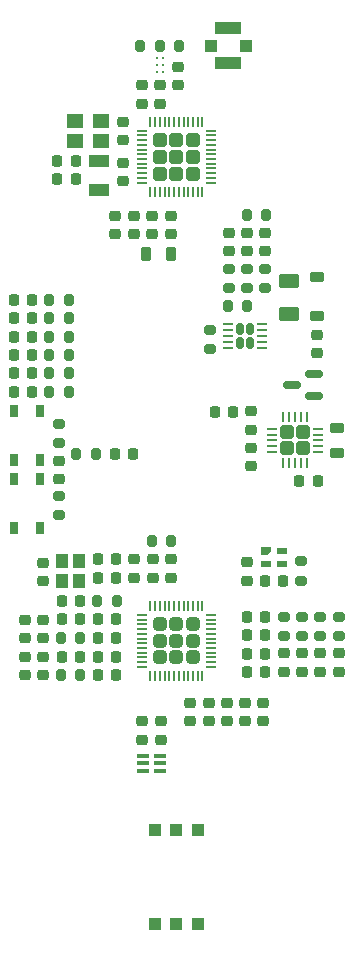
<source format=gbr>
%TF.GenerationSoftware,KiCad,Pcbnew,8.0.6*%
%TF.CreationDate,2024-12-19T09:16:50+01:00*%
%TF.ProjectId,Clicker_PCB,436c6963-6b65-4725-9f50-43422e6b6963,rev?*%
%TF.SameCoordinates,Original*%
%TF.FileFunction,Paste,Top*%
%TF.FilePolarity,Positive*%
%FSLAX46Y46*%
G04 Gerber Fmt 4.6, Leading zero omitted, Abs format (unit mm)*
G04 Created by KiCad (PCBNEW 8.0.6) date 2024-12-19 09:16:50*
%MOMM*%
%LPD*%
G01*
G04 APERTURE LIST*
G04 Aperture macros list*
%AMRoundRect*
0 Rectangle with rounded corners*
0 $1 Rounding radius*
0 $2 $3 $4 $5 $6 $7 $8 $9 X,Y pos of 4 corners*
0 Add a 4 corners polygon primitive as box body*
4,1,4,$2,$3,$4,$5,$6,$7,$8,$9,$2,$3,0*
0 Add four circle primitives for the rounded corners*
1,1,$1+$1,$2,$3*
1,1,$1+$1,$4,$5*
1,1,$1+$1,$6,$7*
1,1,$1+$1,$8,$9*
0 Add four rect primitives between the rounded corners*
20,1,$1+$1,$2,$3,$4,$5,0*
20,1,$1+$1,$4,$5,$6,$7,0*
20,1,$1+$1,$6,$7,$8,$9,0*
20,1,$1+$1,$8,$9,$2,$3,0*%
%AMOutline5P*
0 Free polygon, 5 corners , with rotation*
0 The origin of the aperture is its center*
0 number of corners: always 5*
0 $1 to $10 corner X, Y*
0 $11 Rotation angle, in degrees counterclockwise*
0 create outline with 5 corners*
4,1,5,$1,$2,$3,$4,$5,$6,$7,$8,$9,$10,$1,$2,$11*%
%AMOutline6P*
0 Free polygon, 6 corners , with rotation*
0 The origin of the aperture is its center*
0 number of corners: always 6*
0 $1 to $12 corner X, Y*
0 $13 Rotation angle, in degrees counterclockwise*
0 create outline with 6 corners*
4,1,6,$1,$2,$3,$4,$5,$6,$7,$8,$9,$10,$11,$12,$1,$2,$13*%
%AMOutline7P*
0 Free polygon, 7 corners , with rotation*
0 The origin of the aperture is its center*
0 number of corners: always 7*
0 $1 to $14 corner X, Y*
0 $15 Rotation angle, in degrees counterclockwise*
0 create outline with 7 corners*
4,1,7,$1,$2,$3,$4,$5,$6,$7,$8,$9,$10,$11,$12,$13,$14,$1,$2,$15*%
%AMOutline8P*
0 Free polygon, 8 corners , with rotation*
0 The origin of the aperture is its center*
0 number of corners: always 8*
0 $1 to $16 corner X, Y*
0 $17 Rotation angle, in degrees counterclockwise*
0 create outline with 8 corners*
4,1,8,$1,$2,$3,$4,$5,$6,$7,$8,$9,$10,$11,$12,$13,$14,$15,$16,$1,$2,$17*%
G04 Aperture macros list end*
%ADD10RoundRect,0.225000X-0.250000X0.225000X-0.250000X-0.225000X0.250000X-0.225000X0.250000X0.225000X0*%
%ADD11RoundRect,0.218750X-0.381250X0.218750X-0.381250X-0.218750X0.381250X-0.218750X0.381250X0.218750X0*%
%ADD12RoundRect,0.200000X0.275000X-0.200000X0.275000X0.200000X-0.275000X0.200000X-0.275000X-0.200000X0*%
%ADD13RoundRect,0.200000X-0.275000X0.200000X-0.275000X-0.200000X0.275000X-0.200000X0.275000X0.200000X0*%
%ADD14RoundRect,0.225000X0.225000X0.250000X-0.225000X0.250000X-0.225000X-0.250000X0.225000X-0.250000X0*%
%ADD15RoundRect,0.225000X0.375000X-0.225000X0.375000X0.225000X-0.375000X0.225000X-0.375000X-0.225000X0*%
%ADD16RoundRect,0.225000X-0.225000X-0.250000X0.225000X-0.250000X0.225000X0.250000X-0.225000X0.250000X0*%
%ADD17Outline5P,-0.425000X0.300000X0.425000X0.300000X0.425000X-0.030000X0.155000X-0.300000X-0.425000X-0.300000X0.000000*%
%ADD18R,0.850000X0.600000*%
%ADD19RoundRect,0.218750X-0.218750X-0.256250X0.218750X-0.256250X0.218750X0.256250X-0.218750X0.256250X0*%
%ADD20RoundRect,0.250000X-0.625000X0.375000X-0.625000X-0.375000X0.625000X-0.375000X0.625000X0.375000X0*%
%ADD21RoundRect,0.218750X0.256250X-0.218750X0.256250X0.218750X-0.256250X0.218750X-0.256250X-0.218750X0*%
%ADD22R,1.100000X1.100000*%
%ADD23RoundRect,0.225000X0.250000X-0.225000X0.250000X0.225000X-0.250000X0.225000X-0.250000X-0.225000X0*%
%ADD24RoundRect,0.250000X0.335000X0.335000X-0.335000X0.335000X-0.335000X-0.335000X0.335000X-0.335000X0*%
%ADD25RoundRect,0.062500X0.337500X0.062500X-0.337500X0.062500X-0.337500X-0.062500X0.337500X-0.062500X0*%
%ADD26RoundRect,0.062500X0.062500X0.337500X-0.062500X0.337500X-0.062500X-0.337500X0.062500X-0.337500X0*%
%ADD27RoundRect,0.200000X-0.200000X-0.275000X0.200000X-0.275000X0.200000X0.275000X-0.200000X0.275000X0*%
%ADD28C,0.255000*%
%ADD29R,1.400000X1.200000*%
%ADD30R,0.650000X1.050000*%
%ADD31R,1.000000X1.150000*%
%ADD32RoundRect,0.200000X0.200000X0.275000X-0.200000X0.275000X-0.200000X-0.275000X0.200000X-0.275000X0*%
%ADD33R,1.800000X1.000000*%
%ADD34R,1.000000X1.000000*%
%ADD35R,2.200000X1.050000*%
%ADD36RoundRect,0.150000X0.587500X0.150000X-0.587500X0.150000X-0.587500X-0.150000X0.587500X-0.150000X0*%
%ADD37RoundRect,0.250000X-0.315000X-0.315000X0.315000X-0.315000X0.315000X0.315000X-0.315000X0.315000X0*%
%ADD38RoundRect,0.050000X-0.375000X-0.050000X0.375000X-0.050000X0.375000X0.050000X-0.375000X0.050000X0*%
%ADD39RoundRect,0.050000X-0.050000X-0.375000X0.050000X-0.375000X0.050000X0.375000X-0.050000X0.375000X0*%
%ADD40RoundRect,0.250000X0.330000X0.330000X-0.330000X0.330000X-0.330000X-0.330000X0.330000X-0.330000X0*%
%ADD41RoundRect,0.050000X0.350000X0.050000X-0.350000X0.050000X-0.350000X-0.050000X0.350000X-0.050000X0*%
%ADD42RoundRect,0.050000X0.050000X0.350000X-0.050000X0.350000X-0.050000X-0.350000X0.050000X-0.350000X0*%
%ADD43R,1.000000X0.300000*%
%ADD44RoundRect,0.218750X-0.218750X-0.381250X0.218750X-0.381250X0.218750X0.381250X-0.218750X0.381250X0*%
%ADD45RoundRect,0.160000X0.160000X0.315000X-0.160000X0.315000X-0.160000X-0.315000X0.160000X-0.315000X0*%
%ADD46RoundRect,0.062500X0.350000X0.062500X-0.350000X0.062500X-0.350000X-0.062500X0.350000X-0.062500X0*%
G04 APERTURE END LIST*
D10*
%TO.C,C35*%
X126275000Y-145625000D03*
X126275000Y-147175000D03*
%TD*%
D11*
%TO.C,L2*%
X133925000Y-134237500D03*
X133925000Y-136362500D03*
%TD*%
D12*
%TO.C,R15*%
X126287500Y-122399997D03*
X126287500Y-120749997D03*
%TD*%
D13*
%TO.C,R24*%
X132475000Y-150225000D03*
X132475000Y-151875000D03*
%TD*%
D10*
%TO.C,C6*%
X115100000Y-116275000D03*
X115100000Y-117825000D03*
%TD*%
D14*
%TO.C,C32*%
X115200000Y-146925000D03*
X113650000Y-146925000D03*
%TD*%
D12*
%TO.C,R16*%
X124737500Y-122399998D03*
X124737500Y-120749998D03*
%TD*%
D15*
%TO.C,D11*%
X132225000Y-124775000D03*
X132225000Y-121475000D03*
%TD*%
D16*
%TO.C,C24*%
X126275000Y-154900000D03*
X127825000Y-154900000D03*
%TD*%
D17*
%TO.C,U6*%
X127900000Y-144675000D03*
D18*
X129250000Y-144675000D03*
X129250000Y-145775000D03*
X127900000Y-145775000D03*
%TD*%
D19*
%TO.C,D2*%
X106512500Y-126525000D03*
X108087500Y-126525000D03*
%TD*%
D16*
%TO.C,C34*%
X126275000Y-153350000D03*
X127825000Y-153350000D03*
%TD*%
D13*
%TO.C,R25*%
X130925000Y-150225000D03*
X130925000Y-151875000D03*
%TD*%
D10*
%TO.C,C42*%
X109025000Y-145650000D03*
X109025000Y-147200000D03*
%TD*%
D20*
%TO.C,F1*%
X129825000Y-121800000D03*
X129825000Y-124599998D03*
%TD*%
D12*
%TO.C,R5*%
X110325000Y-141650000D03*
X110325000Y-140000000D03*
%TD*%
D10*
%TO.C,C31*%
X123025000Y-157525000D03*
X123025000Y-159075000D03*
%TD*%
D21*
%TO.C,D9*%
X126287499Y-119287498D03*
X126287499Y-117712496D03*
%TD*%
D22*
%TO.C,AE2*%
X120300000Y-168325000D03*
X122100000Y-176225000D03*
X122100000Y-168325000D03*
X120300000Y-176225000D03*
X118500000Y-176225000D03*
X118500000Y-168325000D03*
%TD*%
D21*
%TO.C,D12*%
X134025000Y-154887501D03*
X134025000Y-153312499D03*
%TD*%
D19*
%TO.C,D3*%
X106512500Y-128075000D03*
X108087500Y-128075000D03*
%TD*%
D13*
%TO.C,TH1*%
X123106250Y-125918748D03*
X123106250Y-127568748D03*
%TD*%
D23*
%TO.C,C22*%
X118300000Y-146925000D03*
X118300000Y-145375000D03*
%TD*%
D24*
%TO.C,U4*%
X131025000Y-135975000D03*
X131025000Y-134625000D03*
X129675000Y-135975000D03*
X129675000Y-134625000D03*
D25*
X132300000Y-136300000D03*
X132300000Y-135800000D03*
X132300000Y-135300000D03*
X132300000Y-134800000D03*
X132300000Y-134300000D03*
D26*
X131350000Y-133350000D03*
X130850000Y-133350000D03*
X130350000Y-133350000D03*
X129850000Y-133350000D03*
X129350000Y-133350000D03*
D25*
X128400000Y-134300000D03*
X128400000Y-134800000D03*
X128400000Y-135300000D03*
X128400000Y-135800000D03*
X128400000Y-136300000D03*
D26*
X129350000Y-137250000D03*
X129850000Y-137250000D03*
X130350000Y-137250000D03*
X130850000Y-137250000D03*
X131350000Y-137250000D03*
%TD*%
D13*
%TO.C,R4*%
X110325000Y-133900000D03*
X110325000Y-135550000D03*
%TD*%
D16*
%TO.C,C19*%
X130700000Y-138775000D03*
X132250000Y-138775000D03*
%TD*%
D12*
%TO.C,R14*%
X127837500Y-122399998D03*
X127837500Y-120749998D03*
%TD*%
D27*
%TO.C,R22*%
X110525000Y-152025000D03*
X112175000Y-152025000D03*
%TD*%
D13*
%TO.C,R23*%
X134025000Y-150225000D03*
X134025000Y-151875000D03*
%TD*%
D23*
%TO.C,C23*%
X116750000Y-146925000D03*
X116750000Y-145375000D03*
%TD*%
D14*
%TO.C,C13*%
X111775000Y-111600000D03*
X110225000Y-111600000D03*
%TD*%
D28*
%TO.C,U2*%
X118650000Y-102950000D03*
X119150000Y-102950000D03*
X118650000Y-103527000D03*
X119150000Y-103527000D03*
X118650000Y-104104000D03*
X119150000Y-104104000D03*
%TD*%
D29*
%TO.C,Y2*%
X111700000Y-109925000D03*
X113900000Y-109925000D03*
X113900000Y-108225000D03*
X111700000Y-108225000D03*
%TD*%
D10*
%TO.C,C11*%
X115800000Y-111800000D03*
X115800000Y-113350000D03*
%TD*%
D27*
%TO.C,R13*%
X117250000Y-101875000D03*
X118900000Y-101875000D03*
%TD*%
D30*
%TO.C,SW3*%
X108725000Y-138600000D03*
X108725000Y-142750000D03*
X106575000Y-138600000D03*
X106575000Y-142750000D03*
%TD*%
D23*
%TO.C,C21*%
X119850000Y-146925000D03*
X119850000Y-145375000D03*
%TD*%
%TO.C,C2*%
X120450000Y-105225000D03*
X120450000Y-103675000D03*
%TD*%
D14*
%TO.C,C14*%
X111775000Y-113175000D03*
X110225000Y-113175000D03*
%TD*%
D23*
%TO.C,C10*%
X110325000Y-138550000D03*
X110325000Y-137000000D03*
%TD*%
D14*
%TO.C,C36*%
X129350000Y-147175000D03*
X127800000Y-147175000D03*
%TD*%
D16*
%TO.C,C20*%
X126275000Y-150250000D03*
X127825000Y-150250000D03*
%TD*%
D14*
%TO.C,C45*%
X115200000Y-152025000D03*
X113650000Y-152025000D03*
%TD*%
D21*
%TO.C,D14*%
X130925000Y-154887501D03*
X130925000Y-153312499D03*
%TD*%
D23*
%TO.C,C17*%
X126600000Y-134400000D03*
X126600000Y-132850000D03*
%TD*%
D31*
%TO.C,Y3*%
X110650000Y-145475000D03*
X110650000Y-147225000D03*
X112050000Y-147225000D03*
X112050000Y-145475000D03*
%TD*%
D19*
%TO.C,D6*%
X106512500Y-123425000D03*
X108087500Y-123425000D03*
%TD*%
D14*
%TO.C,C33*%
X115200000Y-145375000D03*
X113650000Y-145375000D03*
%TD*%
D23*
%TO.C,C3*%
X115800000Y-109850000D03*
X115800000Y-108300000D03*
%TD*%
D13*
%TO.C,R20*%
X130875000Y-145525000D03*
X130875000Y-147175000D03*
%TD*%
D19*
%TO.C,D1*%
X106512500Y-124975000D03*
X108087500Y-124975000D03*
%TD*%
D32*
%TO.C,R3*%
X127925000Y-116200000D03*
X126275000Y-116200000D03*
%TD*%
D10*
%TO.C,C15*%
X132225000Y-126350000D03*
X132225000Y-127900000D03*
%TD*%
D32*
%TO.C,R17*%
X126312499Y-123899998D03*
X124662499Y-123899998D03*
%TD*%
D27*
%TO.C,R8*%
X109525000Y-129625000D03*
X111175000Y-129625000D03*
%TD*%
D32*
%TO.C,R11*%
X111175000Y-123425000D03*
X109525000Y-123425000D03*
%TD*%
D10*
%TO.C,C37*%
X119000000Y-159075000D03*
X119000000Y-160625000D03*
%TD*%
D27*
%TO.C,R19*%
X113600000Y-148900000D03*
X115250000Y-148900000D03*
%TD*%
D33*
%TO.C,Y1*%
X113750000Y-111625000D03*
X113750000Y-114124998D03*
%TD*%
D21*
%TO.C,D7*%
X127837500Y-119287498D03*
X127837500Y-117712496D03*
%TD*%
D10*
%TO.C,C8*%
X119825000Y-116275000D03*
X119825000Y-117825000D03*
%TD*%
D14*
%TO.C,C43*%
X112125000Y-148900000D03*
X110575000Y-148900000D03*
%TD*%
D34*
%TO.C,J2*%
X123200000Y-101875000D03*
D35*
X124700000Y-100399999D03*
D34*
X126200000Y-101875000D03*
D35*
X124700000Y-103350001D03*
%TD*%
D16*
%TO.C,C16*%
X123525000Y-132875000D03*
X125075000Y-132875000D03*
%TD*%
D14*
%TO.C,C38*%
X112125000Y-153600000D03*
X110575000Y-153600000D03*
%TD*%
%TO.C,C40*%
X112125000Y-150450000D03*
X110575000Y-150450000D03*
%TD*%
D16*
%TO.C,C25*%
X126275000Y-151800000D03*
X127825000Y-151800000D03*
%TD*%
D21*
%TO.C,D10*%
X124737500Y-119287499D03*
X124737500Y-117712497D03*
%TD*%
D36*
%TO.C,D8*%
X131975000Y-131574999D03*
X131975000Y-129674999D03*
X130099999Y-130624999D03*
%TD*%
D23*
%TO.C,C7*%
X117350000Y-106775000D03*
X117350000Y-105225000D03*
%TD*%
D19*
%TO.C,D4*%
X106512500Y-129625000D03*
X108087500Y-129625000D03*
%TD*%
D10*
%TO.C,C5*%
X118250000Y-116275000D03*
X118250000Y-117825000D03*
%TD*%
D14*
%TO.C,C26*%
X115200000Y-155175000D03*
X113650000Y-155175000D03*
%TD*%
D37*
%TO.C,U5*%
X118900000Y-150875000D03*
X118900000Y-152275000D03*
X118900000Y-153675000D03*
X120300000Y-150875000D03*
X120300000Y-152275000D03*
X120300000Y-153675000D03*
X121700000Y-150875000D03*
X121700000Y-152275000D03*
X121700000Y-153675000D03*
D38*
X117350000Y-150075000D03*
X117350000Y-150475000D03*
X117350000Y-150875000D03*
X117350000Y-151275000D03*
X117350000Y-151675000D03*
X117350000Y-152075000D03*
X117350000Y-152475000D03*
X117350000Y-152875000D03*
X117350000Y-153275000D03*
X117350000Y-153675000D03*
X117350000Y-154075000D03*
X117350000Y-154475000D03*
D39*
X118100000Y-155225000D03*
X118500000Y-155225000D03*
X118900000Y-155225000D03*
X119300000Y-155225000D03*
X119700000Y-155225000D03*
X120100000Y-155225000D03*
X120500000Y-155225000D03*
X120900000Y-155225000D03*
X121300000Y-155225000D03*
X121700000Y-155225000D03*
X122100000Y-155225000D03*
X122500000Y-155225000D03*
D38*
X123250000Y-154475000D03*
X123250000Y-154075000D03*
X123250000Y-153675000D03*
X123250000Y-153275000D03*
X123250000Y-152875000D03*
X123250000Y-152475000D03*
X123250000Y-152075000D03*
X123250000Y-151675000D03*
X123250000Y-151275000D03*
X123250000Y-150875000D03*
X123250000Y-150475000D03*
X123250000Y-150075000D03*
D39*
X122500000Y-149325000D03*
X122100000Y-149325000D03*
X121700000Y-149325000D03*
X121300000Y-149325000D03*
X120900000Y-149325000D03*
X120500000Y-149325000D03*
X120100000Y-149325000D03*
X119700000Y-149325000D03*
X119300000Y-149325000D03*
X118900000Y-149325000D03*
X118500000Y-149325000D03*
X118100000Y-149325000D03*
%TD*%
D27*
%TO.C,R6*%
X109525000Y-126525000D03*
X111175000Y-126525000D03*
%TD*%
D40*
%TO.C,U1*%
X121730000Y-112705000D03*
X121730000Y-111275000D03*
X121730000Y-109845000D03*
X120300000Y-112705000D03*
X120300000Y-111275000D03*
X120300000Y-109845000D03*
X118870000Y-112705000D03*
X118870000Y-111275000D03*
X118870000Y-109845000D03*
D41*
X123250000Y-113475000D03*
X123250000Y-113075000D03*
X123250000Y-112674999D03*
X123250000Y-112275000D03*
X123250000Y-111875000D03*
X123250000Y-111474999D03*
X123250000Y-111075001D03*
X123250000Y-110675000D03*
X123250000Y-110275000D03*
X123250000Y-109875001D03*
X123250000Y-109475000D03*
X123250000Y-109075000D03*
D42*
X122500000Y-108325000D03*
X122100000Y-108325000D03*
X121699999Y-108325000D03*
X121300000Y-108325000D03*
X120900000Y-108325000D03*
X120499999Y-108325000D03*
X120100001Y-108325000D03*
X119700000Y-108325000D03*
X119300000Y-108325000D03*
X118900001Y-108325000D03*
X118500000Y-108325000D03*
X118100000Y-108325000D03*
D41*
X117350000Y-109075000D03*
X117350000Y-109475000D03*
X117350000Y-109875001D03*
X117350000Y-110275000D03*
X117350000Y-110675000D03*
X117350000Y-111075001D03*
X117350000Y-111474999D03*
X117350000Y-111875000D03*
X117350000Y-112275000D03*
X117350000Y-112674999D03*
X117350000Y-113075000D03*
X117350000Y-113475000D03*
D42*
X118100000Y-114225000D03*
X118500000Y-114225000D03*
X118900001Y-114225000D03*
X119300000Y-114225000D03*
X119700000Y-114225000D03*
X120100001Y-114225000D03*
X120499999Y-114225000D03*
X120900000Y-114225000D03*
X121300000Y-114225000D03*
X121699999Y-114225000D03*
X122100000Y-114225000D03*
X122500000Y-114225000D03*
%TD*%
D30*
%TO.C,SW4*%
X108725000Y-132800000D03*
X108725000Y-136950000D03*
X106575000Y-132800000D03*
X106575000Y-136950000D03*
%TD*%
D43*
%TO.C,U7*%
X118950000Y-163299999D03*
X118950000Y-162650000D03*
X118950000Y-162000001D03*
X117450000Y-162000001D03*
X117450000Y-162650000D03*
X117450000Y-163299999D03*
%TD*%
D23*
%TO.C,C39*%
X109025000Y-155150000D03*
X109025000Y-153600000D03*
%TD*%
D21*
%TO.C,D15*%
X129375000Y-154887501D03*
X129375000Y-153312499D03*
%TD*%
D23*
%TO.C,C18*%
X126600000Y-137450000D03*
X126600000Y-135900000D03*
%TD*%
D32*
%TO.C,R10*%
X111175000Y-124975000D03*
X109525000Y-124975000D03*
%TD*%
D27*
%TO.C,R9*%
X109525000Y-131175000D03*
X111175000Y-131175000D03*
%TD*%
%TO.C,R18*%
X118200000Y-143850000D03*
X119850000Y-143850000D03*
%TD*%
D16*
%TO.C,C1*%
X115075000Y-136475000D03*
X116625000Y-136475000D03*
%TD*%
D14*
%TO.C,C46*%
X115200000Y-153600000D03*
X113650000Y-153600000D03*
%TD*%
D44*
%TO.C,L1*%
X117737500Y-119475000D03*
X119862500Y-119475000D03*
%TD*%
D10*
%TO.C,C28*%
X124550000Y-157525000D03*
X124550000Y-159075000D03*
%TD*%
D19*
%TO.C,D5*%
X106512500Y-131175000D03*
X108087500Y-131175000D03*
%TD*%
D27*
%TO.C,R12*%
X118900000Y-101875000D03*
X120550000Y-101875000D03*
%TD*%
D45*
%TO.C,U3*%
X126494999Y-127064998D03*
X126494999Y-125884998D03*
X125704999Y-127064998D03*
X125704999Y-125884998D03*
D46*
X127537499Y-127474998D03*
X127537499Y-126974997D03*
X127537499Y-126474998D03*
X127537499Y-125974999D03*
X127537499Y-125474998D03*
X124662499Y-125474998D03*
X124662499Y-125974999D03*
X124662499Y-126474998D03*
X124662499Y-126974997D03*
X124662499Y-127474998D03*
%TD*%
D27*
%TO.C,R21*%
X110525000Y-155175000D03*
X112175000Y-155175000D03*
%TD*%
D21*
%TO.C,D13*%
X132475000Y-154887501D03*
X132475000Y-153312499D03*
%TD*%
D10*
%TO.C,C30*%
X126075000Y-157525000D03*
X126075000Y-159075000D03*
%TD*%
%TO.C,C29*%
X121490000Y-157525000D03*
X121490000Y-159075000D03*
%TD*%
%TO.C,C27*%
X127600000Y-157525000D03*
X127600000Y-159075000D03*
%TD*%
D23*
%TO.C,C12*%
X118900000Y-106775000D03*
X118900000Y-105225000D03*
%TD*%
D10*
%TO.C,C4*%
X116675000Y-116275000D03*
X116675000Y-117825000D03*
%TD*%
D14*
%TO.C,C44*%
X115200000Y-150450000D03*
X113650000Y-150450000D03*
%TD*%
D10*
%TO.C,C47*%
X107450000Y-153600000D03*
X107450000Y-155150000D03*
%TD*%
D27*
%TO.C,R7*%
X109525000Y-128075000D03*
X111175000Y-128075000D03*
%TD*%
D23*
%TO.C,C41*%
X109025000Y-152025000D03*
X109025000Y-150475000D03*
%TD*%
D10*
%TO.C,C48*%
X107450000Y-150475000D03*
X107450000Y-152025000D03*
%TD*%
D32*
%TO.C,R1*%
X113475000Y-136475000D03*
X111825000Y-136475000D03*
%TD*%
D10*
%TO.C,C49*%
X117400000Y-159075000D03*
X117400000Y-160625000D03*
%TD*%
D13*
%TO.C,R26*%
X129375000Y-150225000D03*
X129375000Y-151875000D03*
%TD*%
M02*

</source>
